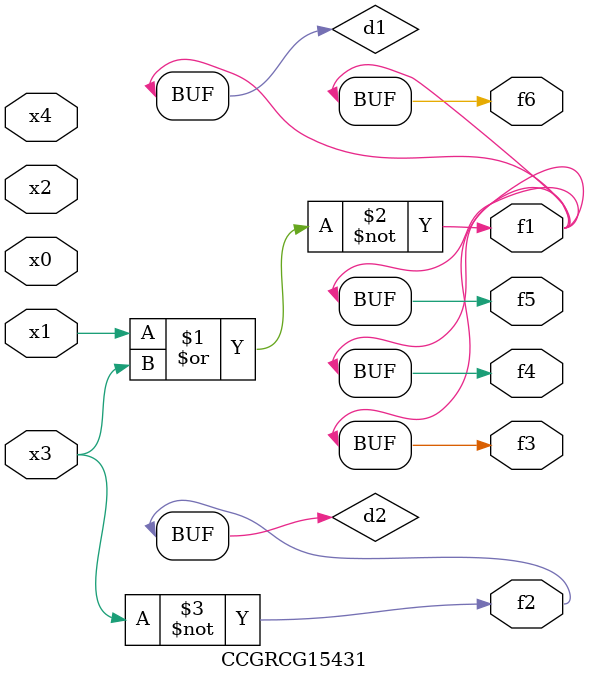
<source format=v>
module CCGRCG15431(
	input x0, x1, x2, x3, x4,
	output f1, f2, f3, f4, f5, f6
);

	wire d1, d2;

	nor (d1, x1, x3);
	not (d2, x3);
	assign f1 = d1;
	assign f2 = d2;
	assign f3 = d1;
	assign f4 = d1;
	assign f5 = d1;
	assign f6 = d1;
endmodule

</source>
